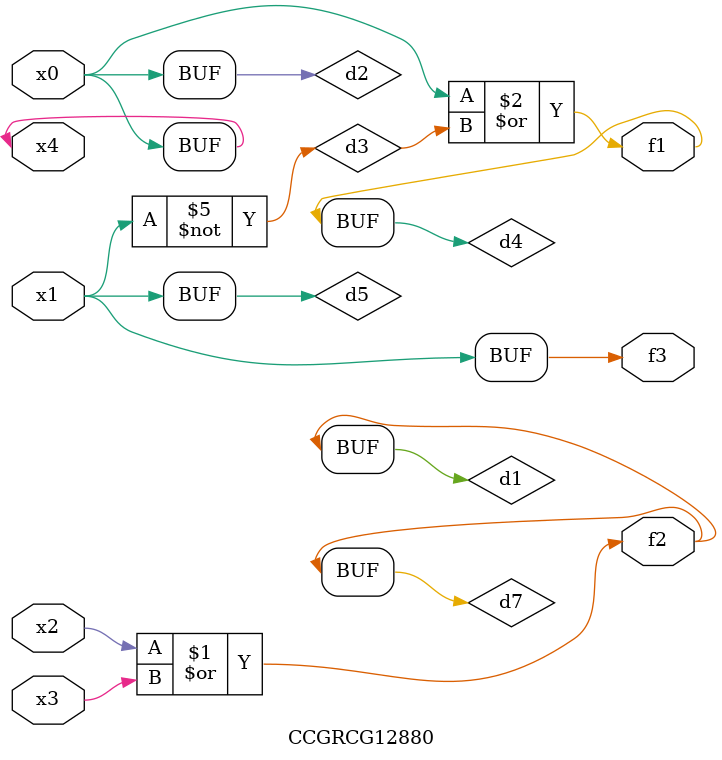
<source format=v>
module CCGRCG12880(
	input x0, x1, x2, x3, x4,
	output f1, f2, f3
);

	wire d1, d2, d3, d4, d5, d6, d7;

	or (d1, x2, x3);
	buf (d2, x0, x4);
	not (d3, x1);
	or (d4, d2, d3);
	not (d5, d3);
	nand (d6, d1, d3);
	or (d7, d1);
	assign f1 = d4;
	assign f2 = d7;
	assign f3 = d5;
endmodule

</source>
